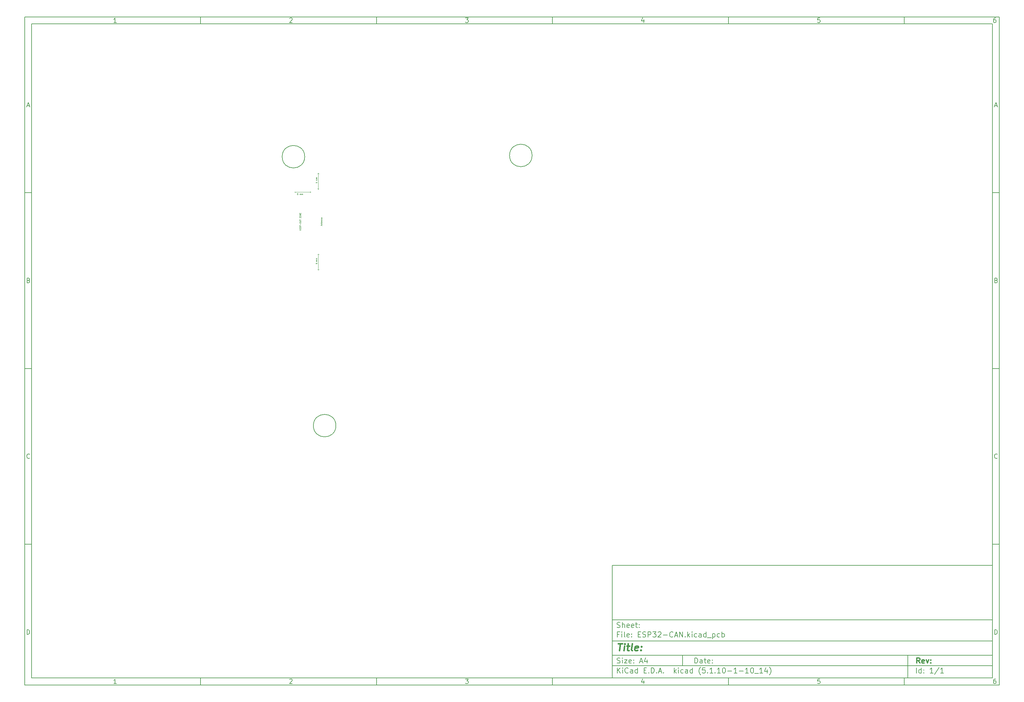
<source format=gbr>
G04 #@! TF.GenerationSoftware,KiCad,Pcbnew,(5.1.10-1-10_14)*
G04 #@! TF.CreationDate,2021-11-05T12:48:00+08:00*
G04 #@! TF.ProjectId,ESP32-CAN,45535033-322d-4434-914e-2e6b69636164,rev?*
G04 #@! TF.SameCoordinates,Original*
G04 #@! TF.FileFunction,Other,Comment*
%FSLAX46Y46*%
G04 Gerber Fmt 4.6, Leading zero omitted, Abs format (unit mm)*
G04 Created by KiCad (PCBNEW (5.1.10-1-10_14)) date 2021-11-05 12:48:00*
%MOMM*%
%LPD*%
G01*
G04 APERTURE LIST*
%ADD10C,0.100000*%
%ADD11C,0.150000*%
%ADD12C,0.300000*%
%ADD13C,0.400000*%
G04 APERTURE END LIST*
D10*
D11*
X177002200Y-166007200D02*
X177002200Y-198007200D01*
X285002200Y-198007200D01*
X285002200Y-166007200D01*
X177002200Y-166007200D01*
D10*
D11*
X10000000Y-10000000D02*
X10000000Y-200007200D01*
X287002200Y-200007200D01*
X287002200Y-10000000D01*
X10000000Y-10000000D01*
D10*
D11*
X12000000Y-12000000D02*
X12000000Y-198007200D01*
X285002200Y-198007200D01*
X285002200Y-12000000D01*
X12000000Y-12000000D01*
D10*
D11*
X60000000Y-12000000D02*
X60000000Y-10000000D01*
D10*
D11*
X110000000Y-12000000D02*
X110000000Y-10000000D01*
D10*
D11*
X160000000Y-12000000D02*
X160000000Y-10000000D01*
D10*
D11*
X210000000Y-12000000D02*
X210000000Y-10000000D01*
D10*
D11*
X260000000Y-12000000D02*
X260000000Y-10000000D01*
D10*
D11*
X36065476Y-11588095D02*
X35322619Y-11588095D01*
X35694047Y-11588095D02*
X35694047Y-10288095D01*
X35570238Y-10473809D01*
X35446428Y-10597619D01*
X35322619Y-10659523D01*
D10*
D11*
X85322619Y-10411904D02*
X85384523Y-10350000D01*
X85508333Y-10288095D01*
X85817857Y-10288095D01*
X85941666Y-10350000D01*
X86003571Y-10411904D01*
X86065476Y-10535714D01*
X86065476Y-10659523D01*
X86003571Y-10845238D01*
X85260714Y-11588095D01*
X86065476Y-11588095D01*
D10*
D11*
X135260714Y-10288095D02*
X136065476Y-10288095D01*
X135632142Y-10783333D01*
X135817857Y-10783333D01*
X135941666Y-10845238D01*
X136003571Y-10907142D01*
X136065476Y-11030952D01*
X136065476Y-11340476D01*
X136003571Y-11464285D01*
X135941666Y-11526190D01*
X135817857Y-11588095D01*
X135446428Y-11588095D01*
X135322619Y-11526190D01*
X135260714Y-11464285D01*
D10*
D11*
X185941666Y-10721428D02*
X185941666Y-11588095D01*
X185632142Y-10226190D02*
X185322619Y-11154761D01*
X186127380Y-11154761D01*
D10*
D11*
X236003571Y-10288095D02*
X235384523Y-10288095D01*
X235322619Y-10907142D01*
X235384523Y-10845238D01*
X235508333Y-10783333D01*
X235817857Y-10783333D01*
X235941666Y-10845238D01*
X236003571Y-10907142D01*
X236065476Y-11030952D01*
X236065476Y-11340476D01*
X236003571Y-11464285D01*
X235941666Y-11526190D01*
X235817857Y-11588095D01*
X235508333Y-11588095D01*
X235384523Y-11526190D01*
X235322619Y-11464285D01*
D10*
D11*
X285941666Y-10288095D02*
X285694047Y-10288095D01*
X285570238Y-10350000D01*
X285508333Y-10411904D01*
X285384523Y-10597619D01*
X285322619Y-10845238D01*
X285322619Y-11340476D01*
X285384523Y-11464285D01*
X285446428Y-11526190D01*
X285570238Y-11588095D01*
X285817857Y-11588095D01*
X285941666Y-11526190D01*
X286003571Y-11464285D01*
X286065476Y-11340476D01*
X286065476Y-11030952D01*
X286003571Y-10907142D01*
X285941666Y-10845238D01*
X285817857Y-10783333D01*
X285570238Y-10783333D01*
X285446428Y-10845238D01*
X285384523Y-10907142D01*
X285322619Y-11030952D01*
D10*
D11*
X60000000Y-198007200D02*
X60000000Y-200007200D01*
D10*
D11*
X110000000Y-198007200D02*
X110000000Y-200007200D01*
D10*
D11*
X160000000Y-198007200D02*
X160000000Y-200007200D01*
D10*
D11*
X210000000Y-198007200D02*
X210000000Y-200007200D01*
D10*
D11*
X260000000Y-198007200D02*
X260000000Y-200007200D01*
D10*
D11*
X36065476Y-199595295D02*
X35322619Y-199595295D01*
X35694047Y-199595295D02*
X35694047Y-198295295D01*
X35570238Y-198481009D01*
X35446428Y-198604819D01*
X35322619Y-198666723D01*
D10*
D11*
X85322619Y-198419104D02*
X85384523Y-198357200D01*
X85508333Y-198295295D01*
X85817857Y-198295295D01*
X85941666Y-198357200D01*
X86003571Y-198419104D01*
X86065476Y-198542914D01*
X86065476Y-198666723D01*
X86003571Y-198852438D01*
X85260714Y-199595295D01*
X86065476Y-199595295D01*
D10*
D11*
X135260714Y-198295295D02*
X136065476Y-198295295D01*
X135632142Y-198790533D01*
X135817857Y-198790533D01*
X135941666Y-198852438D01*
X136003571Y-198914342D01*
X136065476Y-199038152D01*
X136065476Y-199347676D01*
X136003571Y-199471485D01*
X135941666Y-199533390D01*
X135817857Y-199595295D01*
X135446428Y-199595295D01*
X135322619Y-199533390D01*
X135260714Y-199471485D01*
D10*
D11*
X185941666Y-198728628D02*
X185941666Y-199595295D01*
X185632142Y-198233390D02*
X185322619Y-199161961D01*
X186127380Y-199161961D01*
D10*
D11*
X236003571Y-198295295D02*
X235384523Y-198295295D01*
X235322619Y-198914342D01*
X235384523Y-198852438D01*
X235508333Y-198790533D01*
X235817857Y-198790533D01*
X235941666Y-198852438D01*
X236003571Y-198914342D01*
X236065476Y-199038152D01*
X236065476Y-199347676D01*
X236003571Y-199471485D01*
X235941666Y-199533390D01*
X235817857Y-199595295D01*
X235508333Y-199595295D01*
X235384523Y-199533390D01*
X235322619Y-199471485D01*
D10*
D11*
X285941666Y-198295295D02*
X285694047Y-198295295D01*
X285570238Y-198357200D01*
X285508333Y-198419104D01*
X285384523Y-198604819D01*
X285322619Y-198852438D01*
X285322619Y-199347676D01*
X285384523Y-199471485D01*
X285446428Y-199533390D01*
X285570238Y-199595295D01*
X285817857Y-199595295D01*
X285941666Y-199533390D01*
X286003571Y-199471485D01*
X286065476Y-199347676D01*
X286065476Y-199038152D01*
X286003571Y-198914342D01*
X285941666Y-198852438D01*
X285817857Y-198790533D01*
X285570238Y-198790533D01*
X285446428Y-198852438D01*
X285384523Y-198914342D01*
X285322619Y-199038152D01*
D10*
D11*
X10000000Y-60000000D02*
X12000000Y-60000000D01*
D10*
D11*
X10000000Y-110000000D02*
X12000000Y-110000000D01*
D10*
D11*
X10000000Y-160000000D02*
X12000000Y-160000000D01*
D10*
D11*
X10690476Y-35216666D02*
X11309523Y-35216666D01*
X10566666Y-35588095D02*
X11000000Y-34288095D01*
X11433333Y-35588095D01*
D10*
D11*
X11092857Y-84907142D02*
X11278571Y-84969047D01*
X11340476Y-85030952D01*
X11402380Y-85154761D01*
X11402380Y-85340476D01*
X11340476Y-85464285D01*
X11278571Y-85526190D01*
X11154761Y-85588095D01*
X10659523Y-85588095D01*
X10659523Y-84288095D01*
X11092857Y-84288095D01*
X11216666Y-84350000D01*
X11278571Y-84411904D01*
X11340476Y-84535714D01*
X11340476Y-84659523D01*
X11278571Y-84783333D01*
X11216666Y-84845238D01*
X11092857Y-84907142D01*
X10659523Y-84907142D01*
D10*
D11*
X11402380Y-135464285D02*
X11340476Y-135526190D01*
X11154761Y-135588095D01*
X11030952Y-135588095D01*
X10845238Y-135526190D01*
X10721428Y-135402380D01*
X10659523Y-135278571D01*
X10597619Y-135030952D01*
X10597619Y-134845238D01*
X10659523Y-134597619D01*
X10721428Y-134473809D01*
X10845238Y-134350000D01*
X11030952Y-134288095D01*
X11154761Y-134288095D01*
X11340476Y-134350000D01*
X11402380Y-134411904D01*
D10*
D11*
X10659523Y-185588095D02*
X10659523Y-184288095D01*
X10969047Y-184288095D01*
X11154761Y-184350000D01*
X11278571Y-184473809D01*
X11340476Y-184597619D01*
X11402380Y-184845238D01*
X11402380Y-185030952D01*
X11340476Y-185278571D01*
X11278571Y-185402380D01*
X11154761Y-185526190D01*
X10969047Y-185588095D01*
X10659523Y-185588095D01*
D10*
D11*
X287002200Y-60000000D02*
X285002200Y-60000000D01*
D10*
D11*
X287002200Y-110000000D02*
X285002200Y-110000000D01*
D10*
D11*
X287002200Y-160000000D02*
X285002200Y-160000000D01*
D10*
D11*
X285692676Y-35216666D02*
X286311723Y-35216666D01*
X285568866Y-35588095D02*
X286002200Y-34288095D01*
X286435533Y-35588095D01*
D10*
D11*
X286095057Y-84907142D02*
X286280771Y-84969047D01*
X286342676Y-85030952D01*
X286404580Y-85154761D01*
X286404580Y-85340476D01*
X286342676Y-85464285D01*
X286280771Y-85526190D01*
X286156961Y-85588095D01*
X285661723Y-85588095D01*
X285661723Y-84288095D01*
X286095057Y-84288095D01*
X286218866Y-84350000D01*
X286280771Y-84411904D01*
X286342676Y-84535714D01*
X286342676Y-84659523D01*
X286280771Y-84783333D01*
X286218866Y-84845238D01*
X286095057Y-84907142D01*
X285661723Y-84907142D01*
D10*
D11*
X286404580Y-135464285D02*
X286342676Y-135526190D01*
X286156961Y-135588095D01*
X286033152Y-135588095D01*
X285847438Y-135526190D01*
X285723628Y-135402380D01*
X285661723Y-135278571D01*
X285599819Y-135030952D01*
X285599819Y-134845238D01*
X285661723Y-134597619D01*
X285723628Y-134473809D01*
X285847438Y-134350000D01*
X286033152Y-134288095D01*
X286156961Y-134288095D01*
X286342676Y-134350000D01*
X286404580Y-134411904D01*
D10*
D11*
X285661723Y-185588095D02*
X285661723Y-184288095D01*
X285971247Y-184288095D01*
X286156961Y-184350000D01*
X286280771Y-184473809D01*
X286342676Y-184597619D01*
X286404580Y-184845238D01*
X286404580Y-185030952D01*
X286342676Y-185278571D01*
X286280771Y-185402380D01*
X286156961Y-185526190D01*
X285971247Y-185588095D01*
X285661723Y-185588095D01*
D10*
D11*
X200434342Y-193785771D02*
X200434342Y-192285771D01*
X200791485Y-192285771D01*
X201005771Y-192357200D01*
X201148628Y-192500057D01*
X201220057Y-192642914D01*
X201291485Y-192928628D01*
X201291485Y-193142914D01*
X201220057Y-193428628D01*
X201148628Y-193571485D01*
X201005771Y-193714342D01*
X200791485Y-193785771D01*
X200434342Y-193785771D01*
X202577200Y-193785771D02*
X202577200Y-193000057D01*
X202505771Y-192857200D01*
X202362914Y-192785771D01*
X202077200Y-192785771D01*
X201934342Y-192857200D01*
X202577200Y-193714342D02*
X202434342Y-193785771D01*
X202077200Y-193785771D01*
X201934342Y-193714342D01*
X201862914Y-193571485D01*
X201862914Y-193428628D01*
X201934342Y-193285771D01*
X202077200Y-193214342D01*
X202434342Y-193214342D01*
X202577200Y-193142914D01*
X203077200Y-192785771D02*
X203648628Y-192785771D01*
X203291485Y-192285771D02*
X203291485Y-193571485D01*
X203362914Y-193714342D01*
X203505771Y-193785771D01*
X203648628Y-193785771D01*
X204720057Y-193714342D02*
X204577200Y-193785771D01*
X204291485Y-193785771D01*
X204148628Y-193714342D01*
X204077200Y-193571485D01*
X204077200Y-193000057D01*
X204148628Y-192857200D01*
X204291485Y-192785771D01*
X204577200Y-192785771D01*
X204720057Y-192857200D01*
X204791485Y-193000057D01*
X204791485Y-193142914D01*
X204077200Y-193285771D01*
X205434342Y-193642914D02*
X205505771Y-193714342D01*
X205434342Y-193785771D01*
X205362914Y-193714342D01*
X205434342Y-193642914D01*
X205434342Y-193785771D01*
X205434342Y-192857200D02*
X205505771Y-192928628D01*
X205434342Y-193000057D01*
X205362914Y-192928628D01*
X205434342Y-192857200D01*
X205434342Y-193000057D01*
D10*
D11*
X177002200Y-194507200D02*
X285002200Y-194507200D01*
D10*
D11*
X178434342Y-196585771D02*
X178434342Y-195085771D01*
X179291485Y-196585771D02*
X178648628Y-195728628D01*
X179291485Y-195085771D02*
X178434342Y-195942914D01*
X179934342Y-196585771D02*
X179934342Y-195585771D01*
X179934342Y-195085771D02*
X179862914Y-195157200D01*
X179934342Y-195228628D01*
X180005771Y-195157200D01*
X179934342Y-195085771D01*
X179934342Y-195228628D01*
X181505771Y-196442914D02*
X181434342Y-196514342D01*
X181220057Y-196585771D01*
X181077200Y-196585771D01*
X180862914Y-196514342D01*
X180720057Y-196371485D01*
X180648628Y-196228628D01*
X180577200Y-195942914D01*
X180577200Y-195728628D01*
X180648628Y-195442914D01*
X180720057Y-195300057D01*
X180862914Y-195157200D01*
X181077200Y-195085771D01*
X181220057Y-195085771D01*
X181434342Y-195157200D01*
X181505771Y-195228628D01*
X182791485Y-196585771D02*
X182791485Y-195800057D01*
X182720057Y-195657200D01*
X182577200Y-195585771D01*
X182291485Y-195585771D01*
X182148628Y-195657200D01*
X182791485Y-196514342D02*
X182648628Y-196585771D01*
X182291485Y-196585771D01*
X182148628Y-196514342D01*
X182077200Y-196371485D01*
X182077200Y-196228628D01*
X182148628Y-196085771D01*
X182291485Y-196014342D01*
X182648628Y-196014342D01*
X182791485Y-195942914D01*
X184148628Y-196585771D02*
X184148628Y-195085771D01*
X184148628Y-196514342D02*
X184005771Y-196585771D01*
X183720057Y-196585771D01*
X183577200Y-196514342D01*
X183505771Y-196442914D01*
X183434342Y-196300057D01*
X183434342Y-195871485D01*
X183505771Y-195728628D01*
X183577200Y-195657200D01*
X183720057Y-195585771D01*
X184005771Y-195585771D01*
X184148628Y-195657200D01*
X186005771Y-195800057D02*
X186505771Y-195800057D01*
X186720057Y-196585771D02*
X186005771Y-196585771D01*
X186005771Y-195085771D01*
X186720057Y-195085771D01*
X187362914Y-196442914D02*
X187434342Y-196514342D01*
X187362914Y-196585771D01*
X187291485Y-196514342D01*
X187362914Y-196442914D01*
X187362914Y-196585771D01*
X188077200Y-196585771D02*
X188077200Y-195085771D01*
X188434342Y-195085771D01*
X188648628Y-195157200D01*
X188791485Y-195300057D01*
X188862914Y-195442914D01*
X188934342Y-195728628D01*
X188934342Y-195942914D01*
X188862914Y-196228628D01*
X188791485Y-196371485D01*
X188648628Y-196514342D01*
X188434342Y-196585771D01*
X188077200Y-196585771D01*
X189577200Y-196442914D02*
X189648628Y-196514342D01*
X189577200Y-196585771D01*
X189505771Y-196514342D01*
X189577200Y-196442914D01*
X189577200Y-196585771D01*
X190220057Y-196157200D02*
X190934342Y-196157200D01*
X190077200Y-196585771D02*
X190577200Y-195085771D01*
X191077200Y-196585771D01*
X191577200Y-196442914D02*
X191648628Y-196514342D01*
X191577200Y-196585771D01*
X191505771Y-196514342D01*
X191577200Y-196442914D01*
X191577200Y-196585771D01*
X194577200Y-196585771D02*
X194577200Y-195085771D01*
X194720057Y-196014342D02*
X195148628Y-196585771D01*
X195148628Y-195585771D02*
X194577200Y-196157200D01*
X195791485Y-196585771D02*
X195791485Y-195585771D01*
X195791485Y-195085771D02*
X195720057Y-195157200D01*
X195791485Y-195228628D01*
X195862914Y-195157200D01*
X195791485Y-195085771D01*
X195791485Y-195228628D01*
X197148628Y-196514342D02*
X197005771Y-196585771D01*
X196720057Y-196585771D01*
X196577200Y-196514342D01*
X196505771Y-196442914D01*
X196434342Y-196300057D01*
X196434342Y-195871485D01*
X196505771Y-195728628D01*
X196577200Y-195657200D01*
X196720057Y-195585771D01*
X197005771Y-195585771D01*
X197148628Y-195657200D01*
X198434342Y-196585771D02*
X198434342Y-195800057D01*
X198362914Y-195657200D01*
X198220057Y-195585771D01*
X197934342Y-195585771D01*
X197791485Y-195657200D01*
X198434342Y-196514342D02*
X198291485Y-196585771D01*
X197934342Y-196585771D01*
X197791485Y-196514342D01*
X197720057Y-196371485D01*
X197720057Y-196228628D01*
X197791485Y-196085771D01*
X197934342Y-196014342D01*
X198291485Y-196014342D01*
X198434342Y-195942914D01*
X199791485Y-196585771D02*
X199791485Y-195085771D01*
X199791485Y-196514342D02*
X199648628Y-196585771D01*
X199362914Y-196585771D01*
X199220057Y-196514342D01*
X199148628Y-196442914D01*
X199077200Y-196300057D01*
X199077200Y-195871485D01*
X199148628Y-195728628D01*
X199220057Y-195657200D01*
X199362914Y-195585771D01*
X199648628Y-195585771D01*
X199791485Y-195657200D01*
X202077200Y-197157200D02*
X202005771Y-197085771D01*
X201862914Y-196871485D01*
X201791485Y-196728628D01*
X201720057Y-196514342D01*
X201648628Y-196157200D01*
X201648628Y-195871485D01*
X201720057Y-195514342D01*
X201791485Y-195300057D01*
X201862914Y-195157200D01*
X202005771Y-194942914D01*
X202077200Y-194871485D01*
X203362914Y-195085771D02*
X202648628Y-195085771D01*
X202577200Y-195800057D01*
X202648628Y-195728628D01*
X202791485Y-195657200D01*
X203148628Y-195657200D01*
X203291485Y-195728628D01*
X203362914Y-195800057D01*
X203434342Y-195942914D01*
X203434342Y-196300057D01*
X203362914Y-196442914D01*
X203291485Y-196514342D01*
X203148628Y-196585771D01*
X202791485Y-196585771D01*
X202648628Y-196514342D01*
X202577200Y-196442914D01*
X204077200Y-196442914D02*
X204148628Y-196514342D01*
X204077200Y-196585771D01*
X204005771Y-196514342D01*
X204077200Y-196442914D01*
X204077200Y-196585771D01*
X205577200Y-196585771D02*
X204720057Y-196585771D01*
X205148628Y-196585771D02*
X205148628Y-195085771D01*
X205005771Y-195300057D01*
X204862914Y-195442914D01*
X204720057Y-195514342D01*
X206220057Y-196442914D02*
X206291485Y-196514342D01*
X206220057Y-196585771D01*
X206148628Y-196514342D01*
X206220057Y-196442914D01*
X206220057Y-196585771D01*
X207720057Y-196585771D02*
X206862914Y-196585771D01*
X207291485Y-196585771D02*
X207291485Y-195085771D01*
X207148628Y-195300057D01*
X207005771Y-195442914D01*
X206862914Y-195514342D01*
X208648628Y-195085771D02*
X208791485Y-195085771D01*
X208934342Y-195157200D01*
X209005771Y-195228628D01*
X209077200Y-195371485D01*
X209148628Y-195657200D01*
X209148628Y-196014342D01*
X209077200Y-196300057D01*
X209005771Y-196442914D01*
X208934342Y-196514342D01*
X208791485Y-196585771D01*
X208648628Y-196585771D01*
X208505771Y-196514342D01*
X208434342Y-196442914D01*
X208362914Y-196300057D01*
X208291485Y-196014342D01*
X208291485Y-195657200D01*
X208362914Y-195371485D01*
X208434342Y-195228628D01*
X208505771Y-195157200D01*
X208648628Y-195085771D01*
X209791485Y-196014342D02*
X210934342Y-196014342D01*
X212434342Y-196585771D02*
X211577200Y-196585771D01*
X212005771Y-196585771D02*
X212005771Y-195085771D01*
X211862914Y-195300057D01*
X211720057Y-195442914D01*
X211577200Y-195514342D01*
X213077200Y-196014342D02*
X214220057Y-196014342D01*
X215720057Y-196585771D02*
X214862914Y-196585771D01*
X215291485Y-196585771D02*
X215291485Y-195085771D01*
X215148628Y-195300057D01*
X215005771Y-195442914D01*
X214862914Y-195514342D01*
X216648628Y-195085771D02*
X216791485Y-195085771D01*
X216934342Y-195157200D01*
X217005771Y-195228628D01*
X217077200Y-195371485D01*
X217148628Y-195657200D01*
X217148628Y-196014342D01*
X217077200Y-196300057D01*
X217005771Y-196442914D01*
X216934342Y-196514342D01*
X216791485Y-196585771D01*
X216648628Y-196585771D01*
X216505771Y-196514342D01*
X216434342Y-196442914D01*
X216362914Y-196300057D01*
X216291485Y-196014342D01*
X216291485Y-195657200D01*
X216362914Y-195371485D01*
X216434342Y-195228628D01*
X216505771Y-195157200D01*
X216648628Y-195085771D01*
X217434342Y-196728628D02*
X218577200Y-196728628D01*
X219720057Y-196585771D02*
X218862914Y-196585771D01*
X219291485Y-196585771D02*
X219291485Y-195085771D01*
X219148628Y-195300057D01*
X219005771Y-195442914D01*
X218862914Y-195514342D01*
X221005771Y-195585771D02*
X221005771Y-196585771D01*
X220648628Y-195014342D02*
X220291485Y-196085771D01*
X221220057Y-196085771D01*
X221648628Y-197157200D02*
X221720057Y-197085771D01*
X221862914Y-196871485D01*
X221934342Y-196728628D01*
X222005771Y-196514342D01*
X222077200Y-196157200D01*
X222077200Y-195871485D01*
X222005771Y-195514342D01*
X221934342Y-195300057D01*
X221862914Y-195157200D01*
X221720057Y-194942914D01*
X221648628Y-194871485D01*
D10*
D11*
X177002200Y-191507200D02*
X285002200Y-191507200D01*
D10*
D12*
X264411485Y-193785771D02*
X263911485Y-193071485D01*
X263554342Y-193785771D02*
X263554342Y-192285771D01*
X264125771Y-192285771D01*
X264268628Y-192357200D01*
X264340057Y-192428628D01*
X264411485Y-192571485D01*
X264411485Y-192785771D01*
X264340057Y-192928628D01*
X264268628Y-193000057D01*
X264125771Y-193071485D01*
X263554342Y-193071485D01*
X265625771Y-193714342D02*
X265482914Y-193785771D01*
X265197200Y-193785771D01*
X265054342Y-193714342D01*
X264982914Y-193571485D01*
X264982914Y-193000057D01*
X265054342Y-192857200D01*
X265197200Y-192785771D01*
X265482914Y-192785771D01*
X265625771Y-192857200D01*
X265697200Y-193000057D01*
X265697200Y-193142914D01*
X264982914Y-193285771D01*
X266197200Y-192785771D02*
X266554342Y-193785771D01*
X266911485Y-192785771D01*
X267482914Y-193642914D02*
X267554342Y-193714342D01*
X267482914Y-193785771D01*
X267411485Y-193714342D01*
X267482914Y-193642914D01*
X267482914Y-193785771D01*
X267482914Y-192857200D02*
X267554342Y-192928628D01*
X267482914Y-193000057D01*
X267411485Y-192928628D01*
X267482914Y-192857200D01*
X267482914Y-193000057D01*
D10*
D11*
X178362914Y-193714342D02*
X178577200Y-193785771D01*
X178934342Y-193785771D01*
X179077200Y-193714342D01*
X179148628Y-193642914D01*
X179220057Y-193500057D01*
X179220057Y-193357200D01*
X179148628Y-193214342D01*
X179077200Y-193142914D01*
X178934342Y-193071485D01*
X178648628Y-193000057D01*
X178505771Y-192928628D01*
X178434342Y-192857200D01*
X178362914Y-192714342D01*
X178362914Y-192571485D01*
X178434342Y-192428628D01*
X178505771Y-192357200D01*
X178648628Y-192285771D01*
X179005771Y-192285771D01*
X179220057Y-192357200D01*
X179862914Y-193785771D02*
X179862914Y-192785771D01*
X179862914Y-192285771D02*
X179791485Y-192357200D01*
X179862914Y-192428628D01*
X179934342Y-192357200D01*
X179862914Y-192285771D01*
X179862914Y-192428628D01*
X180434342Y-192785771D02*
X181220057Y-192785771D01*
X180434342Y-193785771D01*
X181220057Y-193785771D01*
X182362914Y-193714342D02*
X182220057Y-193785771D01*
X181934342Y-193785771D01*
X181791485Y-193714342D01*
X181720057Y-193571485D01*
X181720057Y-193000057D01*
X181791485Y-192857200D01*
X181934342Y-192785771D01*
X182220057Y-192785771D01*
X182362914Y-192857200D01*
X182434342Y-193000057D01*
X182434342Y-193142914D01*
X181720057Y-193285771D01*
X183077200Y-193642914D02*
X183148628Y-193714342D01*
X183077200Y-193785771D01*
X183005771Y-193714342D01*
X183077200Y-193642914D01*
X183077200Y-193785771D01*
X183077200Y-192857200D02*
X183148628Y-192928628D01*
X183077200Y-193000057D01*
X183005771Y-192928628D01*
X183077200Y-192857200D01*
X183077200Y-193000057D01*
X184862914Y-193357200D02*
X185577200Y-193357200D01*
X184720057Y-193785771D02*
X185220057Y-192285771D01*
X185720057Y-193785771D01*
X186862914Y-192785771D02*
X186862914Y-193785771D01*
X186505771Y-192214342D02*
X186148628Y-193285771D01*
X187077200Y-193285771D01*
D10*
D11*
X263434342Y-196585771D02*
X263434342Y-195085771D01*
X264791485Y-196585771D02*
X264791485Y-195085771D01*
X264791485Y-196514342D02*
X264648628Y-196585771D01*
X264362914Y-196585771D01*
X264220057Y-196514342D01*
X264148628Y-196442914D01*
X264077200Y-196300057D01*
X264077200Y-195871485D01*
X264148628Y-195728628D01*
X264220057Y-195657200D01*
X264362914Y-195585771D01*
X264648628Y-195585771D01*
X264791485Y-195657200D01*
X265505771Y-196442914D02*
X265577200Y-196514342D01*
X265505771Y-196585771D01*
X265434342Y-196514342D01*
X265505771Y-196442914D01*
X265505771Y-196585771D01*
X265505771Y-195657200D02*
X265577200Y-195728628D01*
X265505771Y-195800057D01*
X265434342Y-195728628D01*
X265505771Y-195657200D01*
X265505771Y-195800057D01*
X268148628Y-196585771D02*
X267291485Y-196585771D01*
X267720057Y-196585771D02*
X267720057Y-195085771D01*
X267577200Y-195300057D01*
X267434342Y-195442914D01*
X267291485Y-195514342D01*
X269862914Y-195014342D02*
X268577200Y-196942914D01*
X271148628Y-196585771D02*
X270291485Y-196585771D01*
X270720057Y-196585771D02*
X270720057Y-195085771D01*
X270577200Y-195300057D01*
X270434342Y-195442914D01*
X270291485Y-195514342D01*
D10*
D11*
X177002200Y-187507200D02*
X285002200Y-187507200D01*
D10*
D13*
X178714580Y-188211961D02*
X179857438Y-188211961D01*
X179036009Y-190211961D02*
X179286009Y-188211961D01*
X180274104Y-190211961D02*
X180440771Y-188878628D01*
X180524104Y-188211961D02*
X180416961Y-188307200D01*
X180500295Y-188402438D01*
X180607438Y-188307200D01*
X180524104Y-188211961D01*
X180500295Y-188402438D01*
X181107438Y-188878628D02*
X181869342Y-188878628D01*
X181476485Y-188211961D02*
X181262200Y-189926247D01*
X181333628Y-190116723D01*
X181512200Y-190211961D01*
X181702676Y-190211961D01*
X182655057Y-190211961D02*
X182476485Y-190116723D01*
X182405057Y-189926247D01*
X182619342Y-188211961D01*
X184190771Y-190116723D02*
X183988390Y-190211961D01*
X183607438Y-190211961D01*
X183428866Y-190116723D01*
X183357438Y-189926247D01*
X183452676Y-189164342D01*
X183571723Y-188973866D01*
X183774104Y-188878628D01*
X184155057Y-188878628D01*
X184333628Y-188973866D01*
X184405057Y-189164342D01*
X184381247Y-189354819D01*
X183405057Y-189545295D01*
X185155057Y-190021485D02*
X185238390Y-190116723D01*
X185131247Y-190211961D01*
X185047914Y-190116723D01*
X185155057Y-190021485D01*
X185131247Y-190211961D01*
X185286009Y-188973866D02*
X185369342Y-189069104D01*
X185262200Y-189164342D01*
X185178866Y-189069104D01*
X185286009Y-188973866D01*
X185262200Y-189164342D01*
D10*
D11*
X178934342Y-185600057D02*
X178434342Y-185600057D01*
X178434342Y-186385771D02*
X178434342Y-184885771D01*
X179148628Y-184885771D01*
X179720057Y-186385771D02*
X179720057Y-185385771D01*
X179720057Y-184885771D02*
X179648628Y-184957200D01*
X179720057Y-185028628D01*
X179791485Y-184957200D01*
X179720057Y-184885771D01*
X179720057Y-185028628D01*
X180648628Y-186385771D02*
X180505771Y-186314342D01*
X180434342Y-186171485D01*
X180434342Y-184885771D01*
X181791485Y-186314342D02*
X181648628Y-186385771D01*
X181362914Y-186385771D01*
X181220057Y-186314342D01*
X181148628Y-186171485D01*
X181148628Y-185600057D01*
X181220057Y-185457200D01*
X181362914Y-185385771D01*
X181648628Y-185385771D01*
X181791485Y-185457200D01*
X181862914Y-185600057D01*
X181862914Y-185742914D01*
X181148628Y-185885771D01*
X182505771Y-186242914D02*
X182577200Y-186314342D01*
X182505771Y-186385771D01*
X182434342Y-186314342D01*
X182505771Y-186242914D01*
X182505771Y-186385771D01*
X182505771Y-185457200D02*
X182577200Y-185528628D01*
X182505771Y-185600057D01*
X182434342Y-185528628D01*
X182505771Y-185457200D01*
X182505771Y-185600057D01*
X184362914Y-185600057D02*
X184862914Y-185600057D01*
X185077200Y-186385771D02*
X184362914Y-186385771D01*
X184362914Y-184885771D01*
X185077200Y-184885771D01*
X185648628Y-186314342D02*
X185862914Y-186385771D01*
X186220057Y-186385771D01*
X186362914Y-186314342D01*
X186434342Y-186242914D01*
X186505771Y-186100057D01*
X186505771Y-185957200D01*
X186434342Y-185814342D01*
X186362914Y-185742914D01*
X186220057Y-185671485D01*
X185934342Y-185600057D01*
X185791485Y-185528628D01*
X185720057Y-185457200D01*
X185648628Y-185314342D01*
X185648628Y-185171485D01*
X185720057Y-185028628D01*
X185791485Y-184957200D01*
X185934342Y-184885771D01*
X186291485Y-184885771D01*
X186505771Y-184957200D01*
X187148628Y-186385771D02*
X187148628Y-184885771D01*
X187720057Y-184885771D01*
X187862914Y-184957200D01*
X187934342Y-185028628D01*
X188005771Y-185171485D01*
X188005771Y-185385771D01*
X187934342Y-185528628D01*
X187862914Y-185600057D01*
X187720057Y-185671485D01*
X187148628Y-185671485D01*
X188505771Y-184885771D02*
X189434342Y-184885771D01*
X188934342Y-185457200D01*
X189148628Y-185457200D01*
X189291485Y-185528628D01*
X189362914Y-185600057D01*
X189434342Y-185742914D01*
X189434342Y-186100057D01*
X189362914Y-186242914D01*
X189291485Y-186314342D01*
X189148628Y-186385771D01*
X188720057Y-186385771D01*
X188577200Y-186314342D01*
X188505771Y-186242914D01*
X190005771Y-185028628D02*
X190077200Y-184957200D01*
X190220057Y-184885771D01*
X190577200Y-184885771D01*
X190720057Y-184957200D01*
X190791485Y-185028628D01*
X190862914Y-185171485D01*
X190862914Y-185314342D01*
X190791485Y-185528628D01*
X189934342Y-186385771D01*
X190862914Y-186385771D01*
X191505771Y-185814342D02*
X192648628Y-185814342D01*
X194220057Y-186242914D02*
X194148628Y-186314342D01*
X193934342Y-186385771D01*
X193791485Y-186385771D01*
X193577200Y-186314342D01*
X193434342Y-186171485D01*
X193362914Y-186028628D01*
X193291485Y-185742914D01*
X193291485Y-185528628D01*
X193362914Y-185242914D01*
X193434342Y-185100057D01*
X193577200Y-184957200D01*
X193791485Y-184885771D01*
X193934342Y-184885771D01*
X194148628Y-184957200D01*
X194220057Y-185028628D01*
X194791485Y-185957200D02*
X195505771Y-185957200D01*
X194648628Y-186385771D02*
X195148628Y-184885771D01*
X195648628Y-186385771D01*
X196148628Y-186385771D02*
X196148628Y-184885771D01*
X197005771Y-186385771D01*
X197005771Y-184885771D01*
X197720057Y-186242914D02*
X197791485Y-186314342D01*
X197720057Y-186385771D01*
X197648628Y-186314342D01*
X197720057Y-186242914D01*
X197720057Y-186385771D01*
X198434342Y-186385771D02*
X198434342Y-184885771D01*
X198577200Y-185814342D02*
X199005771Y-186385771D01*
X199005771Y-185385771D02*
X198434342Y-185957200D01*
X199648628Y-186385771D02*
X199648628Y-185385771D01*
X199648628Y-184885771D02*
X199577200Y-184957200D01*
X199648628Y-185028628D01*
X199720057Y-184957200D01*
X199648628Y-184885771D01*
X199648628Y-185028628D01*
X201005771Y-186314342D02*
X200862914Y-186385771D01*
X200577200Y-186385771D01*
X200434342Y-186314342D01*
X200362914Y-186242914D01*
X200291485Y-186100057D01*
X200291485Y-185671485D01*
X200362914Y-185528628D01*
X200434342Y-185457200D01*
X200577200Y-185385771D01*
X200862914Y-185385771D01*
X201005771Y-185457200D01*
X202291485Y-186385771D02*
X202291485Y-185600057D01*
X202220057Y-185457200D01*
X202077200Y-185385771D01*
X201791485Y-185385771D01*
X201648628Y-185457200D01*
X202291485Y-186314342D02*
X202148628Y-186385771D01*
X201791485Y-186385771D01*
X201648628Y-186314342D01*
X201577200Y-186171485D01*
X201577200Y-186028628D01*
X201648628Y-185885771D01*
X201791485Y-185814342D01*
X202148628Y-185814342D01*
X202291485Y-185742914D01*
X203648628Y-186385771D02*
X203648628Y-184885771D01*
X203648628Y-186314342D02*
X203505771Y-186385771D01*
X203220057Y-186385771D01*
X203077200Y-186314342D01*
X203005771Y-186242914D01*
X202934342Y-186100057D01*
X202934342Y-185671485D01*
X203005771Y-185528628D01*
X203077200Y-185457200D01*
X203220057Y-185385771D01*
X203505771Y-185385771D01*
X203648628Y-185457200D01*
X204005771Y-186528628D02*
X205148628Y-186528628D01*
X205505771Y-185385771D02*
X205505771Y-186885771D01*
X205505771Y-185457200D02*
X205648628Y-185385771D01*
X205934342Y-185385771D01*
X206077200Y-185457200D01*
X206148628Y-185528628D01*
X206220057Y-185671485D01*
X206220057Y-186100057D01*
X206148628Y-186242914D01*
X206077200Y-186314342D01*
X205934342Y-186385771D01*
X205648628Y-186385771D01*
X205505771Y-186314342D01*
X207505771Y-186314342D02*
X207362914Y-186385771D01*
X207077200Y-186385771D01*
X206934342Y-186314342D01*
X206862914Y-186242914D01*
X206791485Y-186100057D01*
X206791485Y-185671485D01*
X206862914Y-185528628D01*
X206934342Y-185457200D01*
X207077200Y-185385771D01*
X207362914Y-185385771D01*
X207505771Y-185457200D01*
X208148628Y-186385771D02*
X208148628Y-184885771D01*
X208148628Y-185457200D02*
X208291485Y-185385771D01*
X208577200Y-185385771D01*
X208720057Y-185457200D01*
X208791485Y-185528628D01*
X208862914Y-185671485D01*
X208862914Y-186100057D01*
X208791485Y-186242914D01*
X208720057Y-186314342D01*
X208577200Y-186385771D01*
X208291485Y-186385771D01*
X208148628Y-186314342D01*
D10*
D11*
X177002200Y-181507200D02*
X285002200Y-181507200D01*
D10*
D11*
X178362914Y-183614342D02*
X178577200Y-183685771D01*
X178934342Y-183685771D01*
X179077200Y-183614342D01*
X179148628Y-183542914D01*
X179220057Y-183400057D01*
X179220057Y-183257200D01*
X179148628Y-183114342D01*
X179077200Y-183042914D01*
X178934342Y-182971485D01*
X178648628Y-182900057D01*
X178505771Y-182828628D01*
X178434342Y-182757200D01*
X178362914Y-182614342D01*
X178362914Y-182471485D01*
X178434342Y-182328628D01*
X178505771Y-182257200D01*
X178648628Y-182185771D01*
X179005771Y-182185771D01*
X179220057Y-182257200D01*
X179862914Y-183685771D02*
X179862914Y-182185771D01*
X180505771Y-183685771D02*
X180505771Y-182900057D01*
X180434342Y-182757200D01*
X180291485Y-182685771D01*
X180077200Y-182685771D01*
X179934342Y-182757200D01*
X179862914Y-182828628D01*
X181791485Y-183614342D02*
X181648628Y-183685771D01*
X181362914Y-183685771D01*
X181220057Y-183614342D01*
X181148628Y-183471485D01*
X181148628Y-182900057D01*
X181220057Y-182757200D01*
X181362914Y-182685771D01*
X181648628Y-182685771D01*
X181791485Y-182757200D01*
X181862914Y-182900057D01*
X181862914Y-183042914D01*
X181148628Y-183185771D01*
X183077200Y-183614342D02*
X182934342Y-183685771D01*
X182648628Y-183685771D01*
X182505771Y-183614342D01*
X182434342Y-183471485D01*
X182434342Y-182900057D01*
X182505771Y-182757200D01*
X182648628Y-182685771D01*
X182934342Y-182685771D01*
X183077200Y-182757200D01*
X183148628Y-182900057D01*
X183148628Y-183042914D01*
X182434342Y-183185771D01*
X183577200Y-182685771D02*
X184148628Y-182685771D01*
X183791485Y-182185771D02*
X183791485Y-183471485D01*
X183862914Y-183614342D01*
X184005771Y-183685771D01*
X184148628Y-183685771D01*
X184648628Y-183542914D02*
X184720057Y-183614342D01*
X184648628Y-183685771D01*
X184577200Y-183614342D01*
X184648628Y-183542914D01*
X184648628Y-183685771D01*
X184648628Y-182757200D02*
X184720057Y-182828628D01*
X184648628Y-182900057D01*
X184577200Y-182828628D01*
X184648628Y-182757200D01*
X184648628Y-182900057D01*
D10*
D11*
X197002200Y-191507200D02*
X197002200Y-194507200D01*
D10*
D11*
X261002200Y-191507200D02*
X261002200Y-198007200D01*
D10*
X86715000Y-59799000D02*
X86915000Y-59999000D01*
X91315000Y-59799000D02*
X86715000Y-59799000D01*
X86715000Y-59799000D02*
X86915000Y-59599000D01*
X91315000Y-59799000D02*
X91115000Y-59599000D01*
X91315000Y-59799000D02*
X91115000Y-59999000D01*
X93440000Y-77399000D02*
X93240000Y-77599000D01*
X93440000Y-81999000D02*
X93440000Y-77399000D01*
X93440000Y-77399000D02*
X93640000Y-77599000D01*
X93440000Y-81999000D02*
X93640000Y-81799000D01*
X93440000Y-81999000D02*
X93240000Y-81799000D01*
X93440000Y-58999000D02*
X93640000Y-58799000D01*
X93440000Y-58999000D02*
X93240000Y-58799000D01*
X93440000Y-54399000D02*
X93640000Y-54599000D01*
X93440000Y-54399000D02*
X93240000Y-54599000D01*
X93440000Y-58999000D02*
X93440000Y-54399000D01*
D11*
X98450000Y-126238000D02*
G75*
G03*
X98450000Y-126238000I-3200000J0D01*
G01*
X154203000Y-49403000D02*
G75*
G03*
X154203000Y-49403000I-3200000J0D01*
G01*
X89585400Y-49758600D02*
G75*
G03*
X89585400Y-49758600I-3200000J0D01*
G01*
D10*
X87649523Y-60179952D02*
X87459047Y-60179952D01*
X87440000Y-60370428D01*
X87459047Y-60351380D01*
X87497142Y-60332333D01*
X87592380Y-60332333D01*
X87630476Y-60351380D01*
X87649523Y-60370428D01*
X87668571Y-60408523D01*
X87668571Y-60503761D01*
X87649523Y-60541857D01*
X87630476Y-60560904D01*
X87592380Y-60579952D01*
X87497142Y-60579952D01*
X87459047Y-60560904D01*
X87440000Y-60541857D01*
X88144761Y-60579952D02*
X88144761Y-60313285D01*
X88144761Y-60351380D02*
X88163809Y-60332333D01*
X88201904Y-60313285D01*
X88259047Y-60313285D01*
X88297142Y-60332333D01*
X88316190Y-60370428D01*
X88316190Y-60579952D01*
X88316190Y-60370428D02*
X88335238Y-60332333D01*
X88373333Y-60313285D01*
X88430476Y-60313285D01*
X88468571Y-60332333D01*
X88487619Y-60370428D01*
X88487619Y-60579952D01*
X88678095Y-60579952D02*
X88678095Y-60313285D01*
X88678095Y-60351380D02*
X88697142Y-60332333D01*
X88735238Y-60313285D01*
X88792380Y-60313285D01*
X88830476Y-60332333D01*
X88849523Y-60370428D01*
X88849523Y-60579952D01*
X88849523Y-60370428D02*
X88868571Y-60332333D01*
X88906666Y-60313285D01*
X88963809Y-60313285D01*
X89001904Y-60332333D01*
X89020952Y-60370428D01*
X89020952Y-60579952D01*
X92720952Y-79989476D02*
X92720952Y-80179952D01*
X92911428Y-80199000D01*
X92892380Y-80179952D01*
X92873333Y-80141857D01*
X92873333Y-80046619D01*
X92892380Y-80008523D01*
X92911428Y-79989476D01*
X92949523Y-79970428D01*
X93044761Y-79970428D01*
X93082857Y-79989476D01*
X93101904Y-80008523D01*
X93120952Y-80046619D01*
X93120952Y-80141857D01*
X93101904Y-80179952D01*
X93082857Y-80199000D01*
X93120952Y-79494238D02*
X92854285Y-79494238D01*
X92892380Y-79494238D02*
X92873333Y-79475190D01*
X92854285Y-79437095D01*
X92854285Y-79379952D01*
X92873333Y-79341857D01*
X92911428Y-79322809D01*
X93120952Y-79322809D01*
X92911428Y-79322809D02*
X92873333Y-79303761D01*
X92854285Y-79265666D01*
X92854285Y-79208523D01*
X92873333Y-79170428D01*
X92911428Y-79151380D01*
X93120952Y-79151380D01*
X93120952Y-78960904D02*
X92854285Y-78960904D01*
X92892380Y-78960904D02*
X92873333Y-78941857D01*
X92854285Y-78903761D01*
X92854285Y-78846619D01*
X92873333Y-78808523D01*
X92911428Y-78789476D01*
X93120952Y-78789476D01*
X92911428Y-78789476D02*
X92873333Y-78770428D01*
X92854285Y-78732333D01*
X92854285Y-78675190D01*
X92873333Y-78637095D01*
X92911428Y-78618047D01*
X93120952Y-78618047D01*
X92720952Y-56989476D02*
X92720952Y-57179952D01*
X92911428Y-57199000D01*
X92892380Y-57179952D01*
X92873333Y-57141857D01*
X92873333Y-57046619D01*
X92892380Y-57008523D01*
X92911428Y-56989476D01*
X92949523Y-56970428D01*
X93044761Y-56970428D01*
X93082857Y-56989476D01*
X93101904Y-57008523D01*
X93120952Y-57046619D01*
X93120952Y-57141857D01*
X93101904Y-57179952D01*
X93082857Y-57199000D01*
X93120952Y-56494238D02*
X92854285Y-56494238D01*
X92892380Y-56494238D02*
X92873333Y-56475190D01*
X92854285Y-56437095D01*
X92854285Y-56379952D01*
X92873333Y-56341857D01*
X92911428Y-56322809D01*
X93120952Y-56322809D01*
X92911428Y-56322809D02*
X92873333Y-56303761D01*
X92854285Y-56265666D01*
X92854285Y-56208523D01*
X92873333Y-56170428D01*
X92911428Y-56151380D01*
X93120952Y-56151380D01*
X93120952Y-55960904D02*
X92854285Y-55960904D01*
X92892380Y-55960904D02*
X92873333Y-55941857D01*
X92854285Y-55903761D01*
X92854285Y-55846619D01*
X92873333Y-55808523D01*
X92911428Y-55789476D01*
X93120952Y-55789476D01*
X92911428Y-55789476D02*
X92873333Y-55770428D01*
X92854285Y-55732333D01*
X92854285Y-55675190D01*
X92873333Y-55637095D01*
X92911428Y-55618047D01*
X93120952Y-55618047D01*
X94381666Y-69303761D02*
X94381666Y-69113285D01*
X94495952Y-69341857D02*
X94095952Y-69208523D01*
X94495952Y-69075190D01*
X94229285Y-68941857D02*
X94495952Y-68941857D01*
X94267380Y-68941857D02*
X94248333Y-68922809D01*
X94229285Y-68884714D01*
X94229285Y-68827571D01*
X94248333Y-68789476D01*
X94286428Y-68770428D01*
X94495952Y-68770428D01*
X94229285Y-68637095D02*
X94229285Y-68484714D01*
X94095952Y-68579952D02*
X94438809Y-68579952D01*
X94476904Y-68560904D01*
X94495952Y-68522809D01*
X94495952Y-68484714D01*
X94476904Y-68199000D02*
X94495952Y-68237095D01*
X94495952Y-68313285D01*
X94476904Y-68351380D01*
X94438809Y-68370428D01*
X94286428Y-68370428D01*
X94248333Y-68351380D01*
X94229285Y-68313285D01*
X94229285Y-68237095D01*
X94248333Y-68199000D01*
X94286428Y-68179952D01*
X94324523Y-68179952D01*
X94362619Y-68370428D01*
X94229285Y-68008523D02*
X94495952Y-68008523D01*
X94267380Y-68008523D02*
X94248333Y-67989476D01*
X94229285Y-67951380D01*
X94229285Y-67894238D01*
X94248333Y-67856142D01*
X94286428Y-67837095D01*
X94495952Y-67837095D01*
X94229285Y-67646619D02*
X94495952Y-67646619D01*
X94267380Y-67646619D02*
X94248333Y-67627571D01*
X94229285Y-67589476D01*
X94229285Y-67532333D01*
X94248333Y-67494238D01*
X94286428Y-67475190D01*
X94495952Y-67475190D01*
X94495952Y-67113285D02*
X94286428Y-67113285D01*
X94248333Y-67132333D01*
X94229285Y-67170428D01*
X94229285Y-67246619D01*
X94248333Y-67284714D01*
X94476904Y-67113285D02*
X94495952Y-67151380D01*
X94495952Y-67246619D01*
X94476904Y-67284714D01*
X94438809Y-67303761D01*
X94400714Y-67303761D01*
X94362619Y-67284714D01*
X94343571Y-67246619D01*
X94343571Y-67151380D01*
X94324523Y-67113285D01*
X88495952Y-70627571D02*
X88095952Y-70627571D01*
X88495952Y-70399000D02*
X88267380Y-70570428D01*
X88095952Y-70399000D02*
X88324523Y-70627571D01*
X88286428Y-70227571D02*
X88286428Y-70094238D01*
X88495952Y-70037095D02*
X88495952Y-70227571D01*
X88095952Y-70227571D01*
X88095952Y-70037095D01*
X88286428Y-69865666D02*
X88286428Y-69732333D01*
X88495952Y-69675190D02*
X88495952Y-69865666D01*
X88095952Y-69865666D01*
X88095952Y-69675190D01*
X88495952Y-69503761D02*
X88095952Y-69503761D01*
X88095952Y-69351380D01*
X88115000Y-69313285D01*
X88134047Y-69294238D01*
X88172142Y-69275190D01*
X88229285Y-69275190D01*
X88267380Y-69294238D01*
X88286428Y-69313285D01*
X88305476Y-69351380D01*
X88305476Y-69503761D01*
X88343571Y-69103761D02*
X88343571Y-68799000D01*
X88095952Y-68532333D02*
X88095952Y-68456142D01*
X88115000Y-68418047D01*
X88153095Y-68379952D01*
X88229285Y-68360904D01*
X88362619Y-68360904D01*
X88438809Y-68379952D01*
X88476904Y-68418047D01*
X88495952Y-68456142D01*
X88495952Y-68532333D01*
X88476904Y-68570428D01*
X88438809Y-68608523D01*
X88362619Y-68627571D01*
X88229285Y-68627571D01*
X88153095Y-68608523D01*
X88115000Y-68570428D01*
X88095952Y-68532333D01*
X88095952Y-68189476D02*
X88419761Y-68189476D01*
X88457857Y-68170428D01*
X88476904Y-68151380D01*
X88495952Y-68113285D01*
X88495952Y-68037095D01*
X88476904Y-67999000D01*
X88457857Y-67979952D01*
X88419761Y-67960904D01*
X88095952Y-67960904D01*
X88095952Y-67827571D02*
X88095952Y-67599000D01*
X88495952Y-67713285D02*
X88095952Y-67713285D01*
X88095952Y-67199000D02*
X88095952Y-66932333D01*
X88495952Y-67199000D01*
X88495952Y-66932333D01*
X88095952Y-66703761D02*
X88095952Y-66627571D01*
X88115000Y-66589476D01*
X88153095Y-66551380D01*
X88229285Y-66532333D01*
X88362619Y-66532333D01*
X88438809Y-66551380D01*
X88476904Y-66589476D01*
X88495952Y-66627571D01*
X88495952Y-66703761D01*
X88476904Y-66741857D01*
X88438809Y-66779952D01*
X88362619Y-66799000D01*
X88229285Y-66799000D01*
X88153095Y-66779952D01*
X88115000Y-66741857D01*
X88095952Y-66703761D01*
X88495952Y-66360904D02*
X88095952Y-66360904D01*
X88495952Y-66132333D01*
X88095952Y-66132333D01*
X88286428Y-65941857D02*
X88286428Y-65808523D01*
X88495952Y-65751380D02*
X88495952Y-65941857D01*
X88095952Y-65941857D01*
X88095952Y-65751380D01*
M02*

</source>
